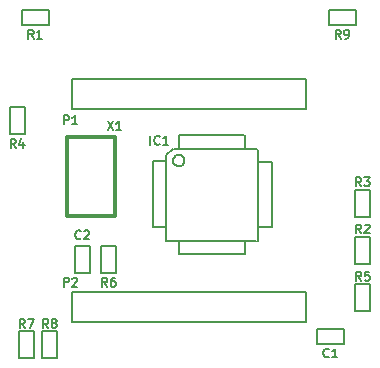
<source format=gto>
G04 (created by PCBNEW-RS274X (2011-05-25)-stable) date Mon 01 Oct 2012 10:51:08 AM PDT*
G01*
G70*
G90*
%MOIN*%
G04 Gerber Fmt 3.4, Leading zero omitted, Abs format*
%FSLAX34Y34*%
G04 APERTURE LIST*
%ADD10C,0.006000*%
%ADD11C,0.005000*%
%ADD12C,0.012000*%
%ADD13C,0.005900*%
G04 APERTURE END LIST*
G54D10*
G54D11*
X50337Y-27309D02*
X51237Y-27309D01*
X51237Y-27309D02*
X51237Y-27809D01*
X51237Y-27809D02*
X50337Y-27809D01*
X50337Y-27809D02*
X50337Y-27309D01*
X40793Y-38934D02*
X40793Y-38034D01*
X40793Y-38034D02*
X41293Y-38034D01*
X41293Y-38034D02*
X41293Y-38934D01*
X41293Y-38934D02*
X40793Y-38934D01*
X40006Y-38934D02*
X40006Y-38034D01*
X40006Y-38034D02*
X40506Y-38034D01*
X40506Y-38034D02*
X40506Y-38934D01*
X40506Y-38934D02*
X40006Y-38934D01*
X42762Y-36080D02*
X42762Y-35180D01*
X42762Y-35180D02*
X43262Y-35180D01*
X43262Y-35180D02*
X43262Y-36080D01*
X43262Y-36080D02*
X42762Y-36080D01*
X51726Y-36459D02*
X51726Y-37359D01*
X51726Y-37359D02*
X51226Y-37359D01*
X51226Y-37359D02*
X51226Y-36459D01*
X51226Y-36459D02*
X51726Y-36459D01*
X39711Y-31454D02*
X39711Y-30554D01*
X39711Y-30554D02*
X40211Y-30554D01*
X40211Y-30554D02*
X40211Y-31454D01*
X40211Y-31454D02*
X39711Y-31454D01*
X51726Y-33310D02*
X51726Y-34210D01*
X51726Y-34210D02*
X51226Y-34210D01*
X51226Y-34210D02*
X51226Y-33310D01*
X51226Y-33310D02*
X51726Y-33310D01*
X51726Y-34885D02*
X51726Y-35785D01*
X51726Y-35785D02*
X51226Y-35785D01*
X51226Y-35785D02*
X51226Y-34885D01*
X51226Y-34885D02*
X51726Y-34885D01*
X40101Y-27309D02*
X41001Y-27309D01*
X41001Y-27309D02*
X41001Y-27809D01*
X41001Y-27809D02*
X40101Y-27809D01*
X40101Y-27809D02*
X40101Y-27309D01*
G54D10*
X48437Y-34555D02*
X47987Y-34555D01*
X48437Y-32375D02*
X47997Y-32375D01*
X48437Y-34555D02*
X48437Y-32375D01*
X47557Y-35025D02*
X47557Y-35455D01*
X45347Y-35035D02*
X45347Y-35455D01*
X45337Y-35455D02*
X47557Y-35465D01*
X45357Y-31485D02*
X47527Y-31475D01*
X44927Y-32175D02*
X44927Y-35005D01*
X47537Y-31485D02*
X47537Y-31895D01*
X45177Y-31935D02*
X47957Y-31935D01*
X47977Y-35015D02*
X47977Y-31975D01*
X44927Y-35015D02*
X47927Y-35015D01*
X44477Y-32345D02*
X44477Y-34565D01*
X44477Y-34565D02*
X44927Y-34565D01*
X44931Y-32165D02*
X45161Y-31935D01*
X44479Y-32345D02*
X44931Y-32345D01*
X45357Y-31935D02*
X45357Y-31483D01*
X45527Y-32339D02*
X45523Y-32375D01*
X45512Y-32410D01*
X45495Y-32443D01*
X45472Y-32471D01*
X45444Y-32494D01*
X45411Y-32512D01*
X45376Y-32523D01*
X45340Y-32526D01*
X45304Y-32523D01*
X45269Y-32513D01*
X45237Y-32496D01*
X45208Y-32473D01*
X45184Y-32445D01*
X45167Y-32413D01*
X45156Y-32378D01*
X45152Y-32341D01*
X45155Y-32306D01*
X45165Y-32270D01*
X45181Y-32238D01*
X45204Y-32209D01*
X45232Y-32185D01*
X45264Y-32167D01*
X45299Y-32156D01*
X45336Y-32152D01*
X45371Y-32154D01*
X45406Y-32164D01*
X45439Y-32181D01*
X45468Y-32203D01*
X45492Y-32231D01*
X45510Y-32263D01*
X45522Y-32298D01*
X45526Y-32334D01*
X45527Y-32339D01*
G54D11*
X42376Y-35180D02*
X42376Y-36080D01*
X42376Y-36080D02*
X41876Y-36080D01*
X41876Y-36080D02*
X41876Y-35180D01*
X41876Y-35180D02*
X42376Y-35180D01*
X49944Y-37939D02*
X50844Y-37939D01*
X50844Y-37939D02*
X50844Y-38439D01*
X50844Y-38439D02*
X49944Y-38439D01*
X49944Y-38439D02*
X49944Y-37939D01*
G54D10*
X49569Y-29618D02*
X49569Y-30618D01*
X41769Y-29618D02*
X41769Y-30618D01*
X41769Y-29618D02*
X49569Y-29618D01*
X49569Y-30618D02*
X41769Y-30618D01*
X49569Y-36705D02*
X49569Y-37705D01*
X41769Y-36705D02*
X41769Y-37705D01*
X41769Y-36705D02*
X49569Y-36705D01*
X49569Y-37705D02*
X41769Y-37705D01*
G54D12*
X43213Y-31554D02*
X43213Y-34198D01*
X43213Y-34198D02*
X41625Y-34198D01*
X41625Y-34198D02*
X41629Y-31550D01*
X41629Y-31550D02*
X43217Y-31554D01*
X43217Y-31554D02*
X43205Y-31550D01*
G54D13*
X50738Y-28269D02*
X50639Y-28128D01*
X50569Y-28269D02*
X50569Y-27974D01*
X50682Y-27974D01*
X50710Y-27988D01*
X50724Y-28002D01*
X50738Y-28030D01*
X50738Y-28072D01*
X50724Y-28100D01*
X50710Y-28114D01*
X50682Y-28128D01*
X50569Y-28128D01*
X50878Y-28269D02*
X50934Y-28269D01*
X50963Y-28255D01*
X50977Y-28241D01*
X51005Y-28199D01*
X51019Y-28142D01*
X51019Y-28030D01*
X51005Y-28002D01*
X50991Y-27988D01*
X50963Y-27974D01*
X50906Y-27974D01*
X50878Y-27988D01*
X50864Y-28002D01*
X50850Y-28030D01*
X50850Y-28100D01*
X50864Y-28128D01*
X50878Y-28142D01*
X50906Y-28157D01*
X50963Y-28157D01*
X50991Y-28142D01*
X51005Y-28128D01*
X51019Y-28100D01*
X40994Y-37914D02*
X40895Y-37773D01*
X40825Y-37914D02*
X40825Y-37619D01*
X40938Y-37619D01*
X40966Y-37633D01*
X40980Y-37647D01*
X40994Y-37675D01*
X40994Y-37717D01*
X40980Y-37745D01*
X40966Y-37759D01*
X40938Y-37773D01*
X40825Y-37773D01*
X41162Y-37745D02*
X41134Y-37731D01*
X41120Y-37717D01*
X41106Y-37689D01*
X41106Y-37675D01*
X41120Y-37647D01*
X41134Y-37633D01*
X41162Y-37619D01*
X41219Y-37619D01*
X41247Y-37633D01*
X41261Y-37647D01*
X41275Y-37675D01*
X41275Y-37689D01*
X41261Y-37717D01*
X41247Y-37731D01*
X41219Y-37745D01*
X41162Y-37745D01*
X41134Y-37759D01*
X41120Y-37773D01*
X41106Y-37802D01*
X41106Y-37858D01*
X41120Y-37886D01*
X41134Y-37900D01*
X41162Y-37914D01*
X41219Y-37914D01*
X41247Y-37900D01*
X41261Y-37886D01*
X41275Y-37858D01*
X41275Y-37802D01*
X41261Y-37773D01*
X41247Y-37759D01*
X41219Y-37745D01*
X40207Y-37914D02*
X40108Y-37773D01*
X40038Y-37914D02*
X40038Y-37619D01*
X40151Y-37619D01*
X40179Y-37633D01*
X40193Y-37647D01*
X40207Y-37675D01*
X40207Y-37717D01*
X40193Y-37745D01*
X40179Y-37759D01*
X40151Y-37773D01*
X40038Y-37773D01*
X40305Y-37619D02*
X40502Y-37619D01*
X40375Y-37914D01*
X42963Y-36536D02*
X42864Y-36395D01*
X42794Y-36536D02*
X42794Y-36241D01*
X42907Y-36241D01*
X42935Y-36255D01*
X42949Y-36269D01*
X42963Y-36297D01*
X42963Y-36339D01*
X42949Y-36367D01*
X42935Y-36381D01*
X42907Y-36395D01*
X42794Y-36395D01*
X43216Y-36241D02*
X43159Y-36241D01*
X43131Y-36255D01*
X43117Y-36269D01*
X43089Y-36311D01*
X43075Y-36367D01*
X43075Y-36480D01*
X43089Y-36508D01*
X43103Y-36522D01*
X43131Y-36536D01*
X43188Y-36536D01*
X43216Y-36522D01*
X43230Y-36508D01*
X43244Y-36480D01*
X43244Y-36409D01*
X43230Y-36381D01*
X43216Y-36367D01*
X43188Y-36353D01*
X43131Y-36353D01*
X43103Y-36367D01*
X43089Y-36381D01*
X43075Y-36409D01*
X51427Y-36339D02*
X51328Y-36198D01*
X51258Y-36339D02*
X51258Y-36044D01*
X51371Y-36044D01*
X51399Y-36058D01*
X51413Y-36072D01*
X51427Y-36100D01*
X51427Y-36142D01*
X51413Y-36170D01*
X51399Y-36184D01*
X51371Y-36198D01*
X51258Y-36198D01*
X51694Y-36044D02*
X51553Y-36044D01*
X51539Y-36184D01*
X51553Y-36170D01*
X51581Y-36156D01*
X51652Y-36156D01*
X51680Y-36170D01*
X51694Y-36184D01*
X51708Y-36212D01*
X51708Y-36283D01*
X51694Y-36311D01*
X51680Y-36325D01*
X51652Y-36339D01*
X51581Y-36339D01*
X51553Y-36325D01*
X51539Y-36311D01*
X39912Y-31910D02*
X39813Y-31769D01*
X39743Y-31910D02*
X39743Y-31615D01*
X39856Y-31615D01*
X39884Y-31629D01*
X39898Y-31643D01*
X39912Y-31671D01*
X39912Y-31713D01*
X39898Y-31741D01*
X39884Y-31755D01*
X39856Y-31769D01*
X39743Y-31769D01*
X40165Y-31713D02*
X40165Y-31910D01*
X40094Y-31601D02*
X40024Y-31812D01*
X40207Y-31812D01*
X51427Y-33190D02*
X51328Y-33049D01*
X51258Y-33190D02*
X51258Y-32895D01*
X51371Y-32895D01*
X51399Y-32909D01*
X51413Y-32923D01*
X51427Y-32951D01*
X51427Y-32993D01*
X51413Y-33021D01*
X51399Y-33035D01*
X51371Y-33049D01*
X51258Y-33049D01*
X51525Y-32895D02*
X51708Y-32895D01*
X51609Y-33007D01*
X51652Y-33007D01*
X51680Y-33021D01*
X51694Y-33035D01*
X51708Y-33063D01*
X51708Y-33134D01*
X51694Y-33162D01*
X51680Y-33176D01*
X51652Y-33190D01*
X51567Y-33190D01*
X51539Y-33176D01*
X51525Y-33162D01*
X51427Y-34765D02*
X51328Y-34624D01*
X51258Y-34765D02*
X51258Y-34470D01*
X51371Y-34470D01*
X51399Y-34484D01*
X51413Y-34498D01*
X51427Y-34526D01*
X51427Y-34568D01*
X51413Y-34596D01*
X51399Y-34610D01*
X51371Y-34624D01*
X51258Y-34624D01*
X51539Y-34498D02*
X51553Y-34484D01*
X51581Y-34470D01*
X51652Y-34470D01*
X51680Y-34484D01*
X51694Y-34498D01*
X51708Y-34526D01*
X51708Y-34554D01*
X51694Y-34596D01*
X51525Y-34765D01*
X51708Y-34765D01*
X40502Y-28269D02*
X40403Y-28128D01*
X40333Y-28269D02*
X40333Y-27974D01*
X40446Y-27974D01*
X40474Y-27988D01*
X40488Y-28002D01*
X40502Y-28030D01*
X40502Y-28072D01*
X40488Y-28100D01*
X40474Y-28114D01*
X40446Y-28128D01*
X40333Y-28128D01*
X40783Y-28269D02*
X40614Y-28269D01*
X40698Y-28269D02*
X40698Y-27974D01*
X40670Y-28016D01*
X40642Y-28044D01*
X40614Y-28058D01*
X44397Y-31812D02*
X44397Y-31517D01*
X44706Y-31784D02*
X44692Y-31798D01*
X44650Y-31812D01*
X44622Y-31812D01*
X44579Y-31798D01*
X44551Y-31770D01*
X44537Y-31742D01*
X44523Y-31685D01*
X44523Y-31643D01*
X44537Y-31587D01*
X44551Y-31559D01*
X44579Y-31531D01*
X44622Y-31517D01*
X44650Y-31517D01*
X44692Y-31531D01*
X44706Y-31545D01*
X44987Y-31812D02*
X44818Y-31812D01*
X44902Y-31812D02*
X44902Y-31517D01*
X44874Y-31559D01*
X44846Y-31587D01*
X44818Y-31601D01*
X42077Y-34934D02*
X42063Y-34948D01*
X42021Y-34962D01*
X41993Y-34962D01*
X41950Y-34948D01*
X41922Y-34920D01*
X41908Y-34892D01*
X41894Y-34835D01*
X41894Y-34793D01*
X41908Y-34737D01*
X41922Y-34709D01*
X41950Y-34681D01*
X41993Y-34667D01*
X42021Y-34667D01*
X42063Y-34681D01*
X42077Y-34695D01*
X42189Y-34695D02*
X42203Y-34681D01*
X42231Y-34667D01*
X42302Y-34667D01*
X42330Y-34681D01*
X42344Y-34695D01*
X42358Y-34723D01*
X42358Y-34751D01*
X42344Y-34793D01*
X42175Y-34962D01*
X42358Y-34962D01*
X50345Y-38871D02*
X50331Y-38885D01*
X50289Y-38899D01*
X50261Y-38899D01*
X50218Y-38885D01*
X50190Y-38857D01*
X50176Y-38829D01*
X50162Y-38772D01*
X50162Y-38730D01*
X50176Y-38674D01*
X50190Y-38646D01*
X50218Y-38618D01*
X50261Y-38604D01*
X50289Y-38604D01*
X50331Y-38618D01*
X50345Y-38632D01*
X50626Y-38899D02*
X50457Y-38899D01*
X50541Y-38899D02*
X50541Y-38604D01*
X50513Y-38646D01*
X50485Y-38674D01*
X50457Y-38688D01*
X41514Y-31123D02*
X41514Y-30828D01*
X41627Y-30828D01*
X41655Y-30842D01*
X41669Y-30856D01*
X41683Y-30884D01*
X41683Y-30926D01*
X41669Y-30954D01*
X41655Y-30968D01*
X41627Y-30982D01*
X41514Y-30982D01*
X41964Y-31123D02*
X41795Y-31123D01*
X41879Y-31123D02*
X41879Y-30828D01*
X41851Y-30870D01*
X41823Y-30898D01*
X41795Y-30912D01*
X41514Y-36536D02*
X41514Y-36241D01*
X41627Y-36241D01*
X41655Y-36255D01*
X41669Y-36269D01*
X41683Y-36297D01*
X41683Y-36339D01*
X41669Y-36367D01*
X41655Y-36381D01*
X41627Y-36395D01*
X41514Y-36395D01*
X41795Y-36269D02*
X41809Y-36255D01*
X41837Y-36241D01*
X41908Y-36241D01*
X41936Y-36255D01*
X41950Y-36269D01*
X41964Y-36297D01*
X41964Y-36325D01*
X41950Y-36367D01*
X41781Y-36536D01*
X41964Y-36536D01*
X42970Y-31025D02*
X43167Y-31320D01*
X43167Y-31025D02*
X42970Y-31320D01*
X43434Y-31320D02*
X43265Y-31320D01*
X43349Y-31320D02*
X43349Y-31025D01*
X43321Y-31067D01*
X43293Y-31095D01*
X43265Y-31109D01*
M02*

</source>
